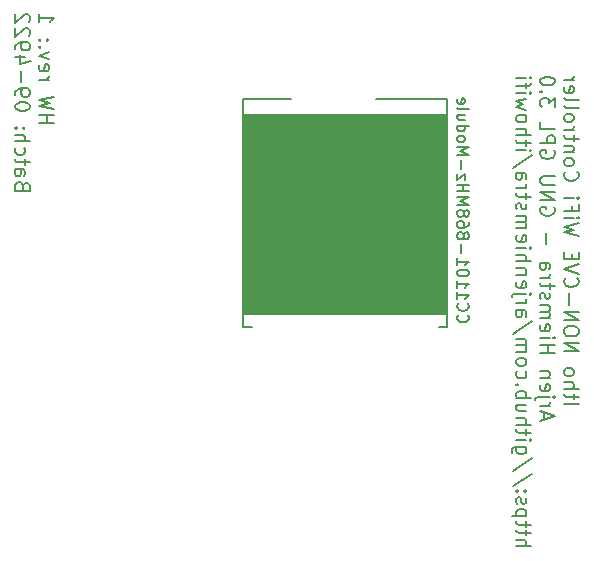
<source format=gbo>
G04 #@! TF.GenerationSoftware,KiCad,Pcbnew,(6.0.8-1)-1*
G04 #@! TF.CreationDate,2022-12-08T10:34:48+01:00*
G04 #@! TF.ProjectId,ithowifi_4l,6974686f-7769-4666-995f-346c2e6b6963,rev?*
G04 #@! TF.SameCoordinates,Original*
G04 #@! TF.FileFunction,Legend,Bot*
G04 #@! TF.FilePolarity,Positive*
%FSLAX46Y46*%
G04 Gerber Fmt 4.6, Leading zero omitted, Abs format (unit mm)*
G04 Created by KiCad (PCBNEW (6.0.8-1)-1) date 2022-12-08 10:34:48*
%MOMM*%
%LPD*%
G01*
G04 APERTURE LIST*
%ADD10C,0.100000*%
%ADD11C,0.200000*%
%ADD12C,0.150000*%
G04 APERTURE END LIST*
D10*
G36*
X103202000Y-135417558D02*
G01*
X85955400Y-135417558D01*
X85930000Y-118450358D01*
X103202000Y-118450358D01*
X103202000Y-135417558D01*
G37*
X103202000Y-135417558D02*
X85955400Y-135417558D01*
X85930000Y-118450358D01*
X103202000Y-118450358D01*
X103202000Y-135417558D01*
D11*
X113075393Y-143011000D02*
X114321393Y-143011000D01*
X113906060Y-142595666D02*
X113906060Y-142121000D01*
X114321393Y-142417666D02*
X113253393Y-142417666D01*
X113134726Y-142358333D01*
X113075393Y-142239666D01*
X113075393Y-142121000D01*
X113075393Y-141705666D02*
X114321393Y-141705666D01*
X113075393Y-141171666D02*
X113728060Y-141171666D01*
X113846726Y-141231000D01*
X113906060Y-141349666D01*
X113906060Y-141527666D01*
X113846726Y-141646333D01*
X113787393Y-141705666D01*
X113075393Y-140400333D02*
X113134726Y-140519000D01*
X113194060Y-140578333D01*
X113312726Y-140637666D01*
X113668726Y-140637666D01*
X113787393Y-140578333D01*
X113846726Y-140519000D01*
X113906060Y-140400333D01*
X113906060Y-140222333D01*
X113846726Y-140103666D01*
X113787393Y-140044333D01*
X113668726Y-139985000D01*
X113312726Y-139985000D01*
X113194060Y-140044333D01*
X113134726Y-140103666D01*
X113075393Y-140222333D01*
X113075393Y-140400333D01*
X113075393Y-138501666D02*
X114321393Y-138501666D01*
X113075393Y-137789666D01*
X114321393Y-137789666D01*
X114321393Y-136959000D02*
X114321393Y-136721666D01*
X114262060Y-136603000D01*
X114143393Y-136484333D01*
X113906060Y-136425000D01*
X113490726Y-136425000D01*
X113253393Y-136484333D01*
X113134726Y-136603000D01*
X113075393Y-136721666D01*
X113075393Y-136959000D01*
X113134726Y-137077666D01*
X113253393Y-137196333D01*
X113490726Y-137255666D01*
X113906060Y-137255666D01*
X114143393Y-137196333D01*
X114262060Y-137077666D01*
X114321393Y-136959000D01*
X113075393Y-135891000D02*
X114321393Y-135891000D01*
X113075393Y-135179000D01*
X114321393Y-135179000D01*
X113550060Y-134585666D02*
X113550060Y-133636333D01*
X113194060Y-132331000D02*
X113134726Y-132390333D01*
X113075393Y-132568333D01*
X113075393Y-132687000D01*
X113134726Y-132865000D01*
X113253393Y-132983666D01*
X113372060Y-133043000D01*
X113609393Y-133102333D01*
X113787393Y-133102333D01*
X114024726Y-133043000D01*
X114143393Y-132983666D01*
X114262060Y-132865000D01*
X114321393Y-132687000D01*
X114321393Y-132568333D01*
X114262060Y-132390333D01*
X114202726Y-132331000D01*
X114321393Y-131975000D02*
X113075393Y-131559666D01*
X114321393Y-131144333D01*
X113728060Y-130729000D02*
X113728060Y-130313666D01*
X113075393Y-130135666D02*
X113075393Y-130729000D01*
X114321393Y-130729000D01*
X114321393Y-130135666D01*
X114321393Y-128771000D02*
X113075393Y-128474333D01*
X113965393Y-128237000D01*
X113075393Y-127999666D01*
X114321393Y-127703000D01*
X113075393Y-127228333D02*
X113906060Y-127228333D01*
X114321393Y-127228333D02*
X114262060Y-127287666D01*
X114202726Y-127228333D01*
X114262060Y-127169000D01*
X114321393Y-127228333D01*
X114202726Y-127228333D01*
X113728060Y-126219666D02*
X113728060Y-126635000D01*
X113075393Y-126635000D02*
X114321393Y-126635000D01*
X114321393Y-126041666D01*
X113075393Y-125567000D02*
X113906060Y-125567000D01*
X114321393Y-125567000D02*
X114262060Y-125626333D01*
X114202726Y-125567000D01*
X114262060Y-125507666D01*
X114321393Y-125567000D01*
X114202726Y-125567000D01*
X113194060Y-123312333D02*
X113134726Y-123371666D01*
X113075393Y-123549666D01*
X113075393Y-123668333D01*
X113134726Y-123846333D01*
X113253393Y-123965000D01*
X113372060Y-124024333D01*
X113609393Y-124083666D01*
X113787393Y-124083666D01*
X114024726Y-124024333D01*
X114143393Y-123965000D01*
X114262060Y-123846333D01*
X114321393Y-123668333D01*
X114321393Y-123549666D01*
X114262060Y-123371666D01*
X114202726Y-123312333D01*
X113075393Y-122600333D02*
X113134726Y-122719000D01*
X113194060Y-122778333D01*
X113312726Y-122837666D01*
X113668726Y-122837666D01*
X113787393Y-122778333D01*
X113846726Y-122719000D01*
X113906060Y-122600333D01*
X113906060Y-122422333D01*
X113846726Y-122303666D01*
X113787393Y-122244333D01*
X113668726Y-122185000D01*
X113312726Y-122185000D01*
X113194060Y-122244333D01*
X113134726Y-122303666D01*
X113075393Y-122422333D01*
X113075393Y-122600333D01*
X113906060Y-121651000D02*
X113075393Y-121651000D01*
X113787393Y-121651000D02*
X113846726Y-121591666D01*
X113906060Y-121473000D01*
X113906060Y-121295000D01*
X113846726Y-121176333D01*
X113728060Y-121117000D01*
X113075393Y-121117000D01*
X113906060Y-120701666D02*
X113906060Y-120227000D01*
X114321393Y-120523666D02*
X113253393Y-120523666D01*
X113134726Y-120464333D01*
X113075393Y-120345666D01*
X113075393Y-120227000D01*
X113075393Y-119811666D02*
X113906060Y-119811666D01*
X113668726Y-119811666D02*
X113787393Y-119752333D01*
X113846726Y-119693000D01*
X113906060Y-119574333D01*
X113906060Y-119455666D01*
X113075393Y-118862333D02*
X113134726Y-118981000D01*
X113194060Y-119040333D01*
X113312726Y-119099666D01*
X113668726Y-119099666D01*
X113787393Y-119040333D01*
X113846726Y-118981000D01*
X113906060Y-118862333D01*
X113906060Y-118684333D01*
X113846726Y-118565666D01*
X113787393Y-118506333D01*
X113668726Y-118447000D01*
X113312726Y-118447000D01*
X113194060Y-118506333D01*
X113134726Y-118565666D01*
X113075393Y-118684333D01*
X113075393Y-118862333D01*
X113075393Y-117735000D02*
X113134726Y-117853666D01*
X113253393Y-117913000D01*
X114321393Y-117913000D01*
X113075393Y-117082333D02*
X113134726Y-117201000D01*
X113253393Y-117260333D01*
X114321393Y-117260333D01*
X113134726Y-116133000D02*
X113075393Y-116251666D01*
X113075393Y-116489000D01*
X113134726Y-116607666D01*
X113253393Y-116667000D01*
X113728060Y-116667000D01*
X113846726Y-116607666D01*
X113906060Y-116489000D01*
X113906060Y-116251666D01*
X113846726Y-116133000D01*
X113728060Y-116073666D01*
X113609393Y-116073666D01*
X113490726Y-116667000D01*
X113075393Y-115539666D02*
X113906060Y-115539666D01*
X113668726Y-115539666D02*
X113787393Y-115480333D01*
X113846726Y-115421000D01*
X113906060Y-115302333D01*
X113906060Y-115183666D01*
X111425333Y-144316333D02*
X111425333Y-143723000D01*
X111069333Y-144435000D02*
X112315333Y-144019666D01*
X111069333Y-143604333D01*
X111069333Y-143189000D02*
X111900000Y-143189000D01*
X111662666Y-143189000D02*
X111781333Y-143129666D01*
X111840666Y-143070333D01*
X111900000Y-142951666D01*
X111900000Y-142833000D01*
X111900000Y-142417666D02*
X110832000Y-142417666D01*
X110713333Y-142477000D01*
X110654000Y-142595666D01*
X110654000Y-142655000D01*
X112315333Y-142417666D02*
X112256000Y-142477000D01*
X112196666Y-142417666D01*
X112256000Y-142358333D01*
X112315333Y-142417666D01*
X112196666Y-142417666D01*
X111128666Y-141349666D02*
X111069333Y-141468333D01*
X111069333Y-141705666D01*
X111128666Y-141824333D01*
X111247333Y-141883666D01*
X111722000Y-141883666D01*
X111840666Y-141824333D01*
X111900000Y-141705666D01*
X111900000Y-141468333D01*
X111840666Y-141349666D01*
X111722000Y-141290333D01*
X111603333Y-141290333D01*
X111484666Y-141883666D01*
X111900000Y-140756333D02*
X111069333Y-140756333D01*
X111781333Y-140756333D02*
X111840666Y-140697000D01*
X111900000Y-140578333D01*
X111900000Y-140400333D01*
X111840666Y-140281666D01*
X111722000Y-140222333D01*
X111069333Y-140222333D01*
X111069333Y-138679666D02*
X112315333Y-138679666D01*
X111722000Y-138679666D02*
X111722000Y-137967666D01*
X111069333Y-137967666D02*
X112315333Y-137967666D01*
X111069333Y-137374333D02*
X111900000Y-137374333D01*
X112315333Y-137374333D02*
X112256000Y-137433666D01*
X112196666Y-137374333D01*
X112256000Y-137315000D01*
X112315333Y-137374333D01*
X112196666Y-137374333D01*
X111128666Y-136306333D02*
X111069333Y-136425000D01*
X111069333Y-136662333D01*
X111128666Y-136781000D01*
X111247333Y-136840333D01*
X111722000Y-136840333D01*
X111840666Y-136781000D01*
X111900000Y-136662333D01*
X111900000Y-136425000D01*
X111840666Y-136306333D01*
X111722000Y-136247000D01*
X111603333Y-136247000D01*
X111484666Y-136840333D01*
X111069333Y-135713000D02*
X111900000Y-135713000D01*
X111781333Y-135713000D02*
X111840666Y-135653666D01*
X111900000Y-135535000D01*
X111900000Y-135357000D01*
X111840666Y-135238333D01*
X111722000Y-135179000D01*
X111069333Y-135179000D01*
X111722000Y-135179000D02*
X111840666Y-135119666D01*
X111900000Y-135001000D01*
X111900000Y-134823000D01*
X111840666Y-134704333D01*
X111722000Y-134645000D01*
X111069333Y-134645000D01*
X111128666Y-134111000D02*
X111069333Y-133992333D01*
X111069333Y-133755000D01*
X111128666Y-133636333D01*
X111247333Y-133577000D01*
X111306666Y-133577000D01*
X111425333Y-133636333D01*
X111484666Y-133755000D01*
X111484666Y-133933000D01*
X111544000Y-134051666D01*
X111662666Y-134111000D01*
X111722000Y-134111000D01*
X111840666Y-134051666D01*
X111900000Y-133933000D01*
X111900000Y-133755000D01*
X111840666Y-133636333D01*
X111900000Y-133221000D02*
X111900000Y-132746333D01*
X112315333Y-133043000D02*
X111247333Y-133043000D01*
X111128666Y-132983666D01*
X111069333Y-132865000D01*
X111069333Y-132746333D01*
X111069333Y-132331000D02*
X111900000Y-132331000D01*
X111662666Y-132331000D02*
X111781333Y-132271666D01*
X111840666Y-132212333D01*
X111900000Y-132093666D01*
X111900000Y-131975000D01*
X111069333Y-131025666D02*
X111722000Y-131025666D01*
X111840666Y-131085000D01*
X111900000Y-131203666D01*
X111900000Y-131441000D01*
X111840666Y-131559666D01*
X111128666Y-131025666D02*
X111069333Y-131144333D01*
X111069333Y-131441000D01*
X111128666Y-131559666D01*
X111247333Y-131619000D01*
X111366000Y-131619000D01*
X111484666Y-131559666D01*
X111544000Y-131441000D01*
X111544000Y-131144333D01*
X111603333Y-131025666D01*
X111544000Y-129483000D02*
X111544000Y-128533666D01*
X112256000Y-126338333D02*
X112315333Y-126457000D01*
X112315333Y-126635000D01*
X112256000Y-126813000D01*
X112137333Y-126931666D01*
X112018666Y-126991000D01*
X111781333Y-127050333D01*
X111603333Y-127050333D01*
X111366000Y-126991000D01*
X111247333Y-126931666D01*
X111128666Y-126813000D01*
X111069333Y-126635000D01*
X111069333Y-126516333D01*
X111128666Y-126338333D01*
X111188000Y-126279000D01*
X111603333Y-126279000D01*
X111603333Y-126516333D01*
X111069333Y-125745000D02*
X112315333Y-125745000D01*
X111069333Y-125033000D01*
X112315333Y-125033000D01*
X112315333Y-124439666D02*
X111306666Y-124439666D01*
X111188000Y-124380333D01*
X111128666Y-124321000D01*
X111069333Y-124202333D01*
X111069333Y-123965000D01*
X111128666Y-123846333D01*
X111188000Y-123787000D01*
X111306666Y-123727666D01*
X112315333Y-123727666D01*
X112256000Y-121532333D02*
X112315333Y-121651000D01*
X112315333Y-121829000D01*
X112256000Y-122007000D01*
X112137333Y-122125666D01*
X112018666Y-122185000D01*
X111781333Y-122244333D01*
X111603333Y-122244333D01*
X111366000Y-122185000D01*
X111247333Y-122125666D01*
X111128666Y-122007000D01*
X111069333Y-121829000D01*
X111069333Y-121710333D01*
X111128666Y-121532333D01*
X111188000Y-121473000D01*
X111603333Y-121473000D01*
X111603333Y-121710333D01*
X111069333Y-120939000D02*
X112315333Y-120939000D01*
X112315333Y-120464333D01*
X112256000Y-120345666D01*
X112196666Y-120286333D01*
X112078000Y-120227000D01*
X111900000Y-120227000D01*
X111781333Y-120286333D01*
X111722000Y-120345666D01*
X111662666Y-120464333D01*
X111662666Y-120939000D01*
X111069333Y-119099666D02*
X111069333Y-119693000D01*
X112315333Y-119693000D01*
X112315333Y-117853666D02*
X112315333Y-117082333D01*
X111840666Y-117497666D01*
X111840666Y-117319666D01*
X111781333Y-117201000D01*
X111722000Y-117141666D01*
X111603333Y-117082333D01*
X111306666Y-117082333D01*
X111188000Y-117141666D01*
X111128666Y-117201000D01*
X111069333Y-117319666D01*
X111069333Y-117675666D01*
X111128666Y-117794333D01*
X111188000Y-117853666D01*
X111188000Y-116548333D02*
X111128666Y-116489000D01*
X111069333Y-116548333D01*
X111128666Y-116607666D01*
X111188000Y-116548333D01*
X111069333Y-116548333D01*
X112315333Y-115717666D02*
X112315333Y-115599000D01*
X112256000Y-115480333D01*
X112196666Y-115421000D01*
X112078000Y-115361666D01*
X111840666Y-115302333D01*
X111544000Y-115302333D01*
X111306666Y-115361666D01*
X111188000Y-115421000D01*
X111128666Y-115480333D01*
X111069333Y-115599000D01*
X111069333Y-115717666D01*
X111128666Y-115836333D01*
X111188000Y-115895666D01*
X111306666Y-115955000D01*
X111544000Y-116014333D01*
X111840666Y-116014333D01*
X112078000Y-115955000D01*
X112196666Y-115895666D01*
X112256000Y-115836333D01*
X112315333Y-115717666D01*
X109063273Y-155055666D02*
X110309273Y-155055666D01*
X109063273Y-154521666D02*
X109715940Y-154521666D01*
X109834606Y-154581000D01*
X109893940Y-154699666D01*
X109893940Y-154877666D01*
X109834606Y-154996333D01*
X109775273Y-155055666D01*
X109893940Y-154106333D02*
X109893940Y-153631666D01*
X110309273Y-153928333D02*
X109241273Y-153928333D01*
X109122606Y-153869000D01*
X109063273Y-153750333D01*
X109063273Y-153631666D01*
X109893940Y-153394333D02*
X109893940Y-152919666D01*
X110309273Y-153216333D02*
X109241273Y-153216333D01*
X109122606Y-153157000D01*
X109063273Y-153038333D01*
X109063273Y-152919666D01*
X109893940Y-152504333D02*
X108647940Y-152504333D01*
X109834606Y-152504333D02*
X109893940Y-152385666D01*
X109893940Y-152148333D01*
X109834606Y-152029666D01*
X109775273Y-151970333D01*
X109656606Y-151911000D01*
X109300606Y-151911000D01*
X109181940Y-151970333D01*
X109122606Y-152029666D01*
X109063273Y-152148333D01*
X109063273Y-152385666D01*
X109122606Y-152504333D01*
X109122606Y-151436333D02*
X109063273Y-151317666D01*
X109063273Y-151080333D01*
X109122606Y-150961666D01*
X109241273Y-150902333D01*
X109300606Y-150902333D01*
X109419273Y-150961666D01*
X109478606Y-151080333D01*
X109478606Y-151258333D01*
X109537940Y-151377000D01*
X109656606Y-151436333D01*
X109715940Y-151436333D01*
X109834606Y-151377000D01*
X109893940Y-151258333D01*
X109893940Y-151080333D01*
X109834606Y-150961666D01*
X109181940Y-150368333D02*
X109122606Y-150309000D01*
X109063273Y-150368333D01*
X109122606Y-150427666D01*
X109181940Y-150368333D01*
X109063273Y-150368333D01*
X109834606Y-150368333D02*
X109775273Y-150309000D01*
X109715940Y-150368333D01*
X109775273Y-150427666D01*
X109834606Y-150368333D01*
X109715940Y-150368333D01*
X110368606Y-148885000D02*
X108766606Y-149953000D01*
X110368606Y-147579666D02*
X108766606Y-148647666D01*
X109893940Y-146630333D02*
X108885273Y-146630333D01*
X108766606Y-146689666D01*
X108707273Y-146749000D01*
X108647940Y-146867666D01*
X108647940Y-147045666D01*
X108707273Y-147164333D01*
X109122606Y-146630333D02*
X109063273Y-146749000D01*
X109063273Y-146986333D01*
X109122606Y-147105000D01*
X109181940Y-147164333D01*
X109300606Y-147223666D01*
X109656606Y-147223666D01*
X109775273Y-147164333D01*
X109834606Y-147105000D01*
X109893940Y-146986333D01*
X109893940Y-146749000D01*
X109834606Y-146630333D01*
X109063273Y-146037000D02*
X109893940Y-146037000D01*
X110309273Y-146037000D02*
X110249940Y-146096333D01*
X110190606Y-146037000D01*
X110249940Y-145977666D01*
X110309273Y-146037000D01*
X110190606Y-146037000D01*
X109893940Y-145621666D02*
X109893940Y-145147000D01*
X110309273Y-145443666D02*
X109241273Y-145443666D01*
X109122606Y-145384333D01*
X109063273Y-145265666D01*
X109063273Y-145147000D01*
X109063273Y-144731666D02*
X110309273Y-144731666D01*
X109063273Y-144197666D02*
X109715940Y-144197666D01*
X109834606Y-144257000D01*
X109893940Y-144375666D01*
X109893940Y-144553666D01*
X109834606Y-144672333D01*
X109775273Y-144731666D01*
X109893940Y-143070333D02*
X109063273Y-143070333D01*
X109893940Y-143604333D02*
X109241273Y-143604333D01*
X109122606Y-143545000D01*
X109063273Y-143426333D01*
X109063273Y-143248333D01*
X109122606Y-143129666D01*
X109181940Y-143070333D01*
X109063273Y-142477000D02*
X110309273Y-142477000D01*
X109834606Y-142477000D02*
X109893940Y-142358333D01*
X109893940Y-142121000D01*
X109834606Y-142002333D01*
X109775273Y-141943000D01*
X109656606Y-141883666D01*
X109300606Y-141883666D01*
X109181940Y-141943000D01*
X109122606Y-142002333D01*
X109063273Y-142121000D01*
X109063273Y-142358333D01*
X109122606Y-142477000D01*
X109181940Y-141349666D02*
X109122606Y-141290333D01*
X109063273Y-141349666D01*
X109122606Y-141409000D01*
X109181940Y-141349666D01*
X109063273Y-141349666D01*
X109122606Y-140222333D02*
X109063273Y-140341000D01*
X109063273Y-140578333D01*
X109122606Y-140697000D01*
X109181940Y-140756333D01*
X109300606Y-140815666D01*
X109656606Y-140815666D01*
X109775273Y-140756333D01*
X109834606Y-140697000D01*
X109893940Y-140578333D01*
X109893940Y-140341000D01*
X109834606Y-140222333D01*
X109063273Y-139510333D02*
X109122606Y-139629000D01*
X109181940Y-139688333D01*
X109300606Y-139747666D01*
X109656606Y-139747666D01*
X109775273Y-139688333D01*
X109834606Y-139629000D01*
X109893940Y-139510333D01*
X109893940Y-139332333D01*
X109834606Y-139213666D01*
X109775273Y-139154333D01*
X109656606Y-139095000D01*
X109300606Y-139095000D01*
X109181940Y-139154333D01*
X109122606Y-139213666D01*
X109063273Y-139332333D01*
X109063273Y-139510333D01*
X109063273Y-138561000D02*
X109893940Y-138561000D01*
X109775273Y-138561000D02*
X109834606Y-138501666D01*
X109893940Y-138383000D01*
X109893940Y-138205000D01*
X109834606Y-138086333D01*
X109715940Y-138027000D01*
X109063273Y-138027000D01*
X109715940Y-138027000D02*
X109834606Y-137967666D01*
X109893940Y-137849000D01*
X109893940Y-137671000D01*
X109834606Y-137552333D01*
X109715940Y-137493000D01*
X109063273Y-137493000D01*
X110368606Y-136009666D02*
X108766606Y-137077666D01*
X109063273Y-135060333D02*
X109715940Y-135060333D01*
X109834606Y-135119666D01*
X109893940Y-135238333D01*
X109893940Y-135475666D01*
X109834606Y-135594333D01*
X109122606Y-135060333D02*
X109063273Y-135179000D01*
X109063273Y-135475666D01*
X109122606Y-135594333D01*
X109241273Y-135653666D01*
X109359940Y-135653666D01*
X109478606Y-135594333D01*
X109537940Y-135475666D01*
X109537940Y-135179000D01*
X109597273Y-135060333D01*
X109063273Y-134467000D02*
X109893940Y-134467000D01*
X109656606Y-134467000D02*
X109775273Y-134407666D01*
X109834606Y-134348333D01*
X109893940Y-134229666D01*
X109893940Y-134111000D01*
X109893940Y-133695666D02*
X108825940Y-133695666D01*
X108707273Y-133755000D01*
X108647940Y-133873666D01*
X108647940Y-133933000D01*
X110309273Y-133695666D02*
X110249940Y-133755000D01*
X110190606Y-133695666D01*
X110249940Y-133636333D01*
X110309273Y-133695666D01*
X110190606Y-133695666D01*
X109122606Y-132627666D02*
X109063273Y-132746333D01*
X109063273Y-132983666D01*
X109122606Y-133102333D01*
X109241273Y-133161666D01*
X109715940Y-133161666D01*
X109834606Y-133102333D01*
X109893940Y-132983666D01*
X109893940Y-132746333D01*
X109834606Y-132627666D01*
X109715940Y-132568333D01*
X109597273Y-132568333D01*
X109478606Y-133161666D01*
X109893940Y-132034333D02*
X109063273Y-132034333D01*
X109775273Y-132034333D02*
X109834606Y-131975000D01*
X109893940Y-131856333D01*
X109893940Y-131678333D01*
X109834606Y-131559666D01*
X109715940Y-131500333D01*
X109063273Y-131500333D01*
X109063273Y-130907000D02*
X110309273Y-130907000D01*
X109063273Y-130373000D02*
X109715940Y-130373000D01*
X109834606Y-130432333D01*
X109893940Y-130551000D01*
X109893940Y-130729000D01*
X109834606Y-130847666D01*
X109775273Y-130907000D01*
X109063273Y-129779666D02*
X109893940Y-129779666D01*
X110309273Y-129779666D02*
X110249940Y-129839000D01*
X110190606Y-129779666D01*
X110249940Y-129720333D01*
X110309273Y-129779666D01*
X110190606Y-129779666D01*
X109122606Y-128711666D02*
X109063273Y-128830333D01*
X109063273Y-129067666D01*
X109122606Y-129186333D01*
X109241273Y-129245666D01*
X109715940Y-129245666D01*
X109834606Y-129186333D01*
X109893940Y-129067666D01*
X109893940Y-128830333D01*
X109834606Y-128711666D01*
X109715940Y-128652333D01*
X109597273Y-128652333D01*
X109478606Y-129245666D01*
X109063273Y-128118333D02*
X109893940Y-128118333D01*
X109775273Y-128118333D02*
X109834606Y-128059000D01*
X109893940Y-127940333D01*
X109893940Y-127762333D01*
X109834606Y-127643666D01*
X109715940Y-127584333D01*
X109063273Y-127584333D01*
X109715940Y-127584333D02*
X109834606Y-127525000D01*
X109893940Y-127406333D01*
X109893940Y-127228333D01*
X109834606Y-127109666D01*
X109715940Y-127050333D01*
X109063273Y-127050333D01*
X109122606Y-126516333D02*
X109063273Y-126397666D01*
X109063273Y-126160333D01*
X109122606Y-126041666D01*
X109241273Y-125982333D01*
X109300606Y-125982333D01*
X109419273Y-126041666D01*
X109478606Y-126160333D01*
X109478606Y-126338333D01*
X109537940Y-126457000D01*
X109656606Y-126516333D01*
X109715940Y-126516333D01*
X109834606Y-126457000D01*
X109893940Y-126338333D01*
X109893940Y-126160333D01*
X109834606Y-126041666D01*
X109893940Y-125626333D02*
X109893940Y-125151666D01*
X110309273Y-125448333D02*
X109241273Y-125448333D01*
X109122606Y-125389000D01*
X109063273Y-125270333D01*
X109063273Y-125151666D01*
X109063273Y-124736333D02*
X109893940Y-124736333D01*
X109656606Y-124736333D02*
X109775273Y-124677000D01*
X109834606Y-124617666D01*
X109893940Y-124499000D01*
X109893940Y-124380333D01*
X109063273Y-123431000D02*
X109715940Y-123431000D01*
X109834606Y-123490333D01*
X109893940Y-123609000D01*
X109893940Y-123846333D01*
X109834606Y-123965000D01*
X109122606Y-123431000D02*
X109063273Y-123549666D01*
X109063273Y-123846333D01*
X109122606Y-123965000D01*
X109241273Y-124024333D01*
X109359940Y-124024333D01*
X109478606Y-123965000D01*
X109537940Y-123846333D01*
X109537940Y-123549666D01*
X109597273Y-123431000D01*
X110368606Y-121947666D02*
X108766606Y-123015666D01*
X109063273Y-121532333D02*
X109893940Y-121532333D01*
X110309273Y-121532333D02*
X110249940Y-121591666D01*
X110190606Y-121532333D01*
X110249940Y-121473000D01*
X110309273Y-121532333D01*
X110190606Y-121532333D01*
X109893940Y-121117000D02*
X109893940Y-120642333D01*
X110309273Y-120939000D02*
X109241273Y-120939000D01*
X109122606Y-120879666D01*
X109063273Y-120761000D01*
X109063273Y-120642333D01*
X109063273Y-120227000D02*
X110309273Y-120227000D01*
X109063273Y-119693000D02*
X109715940Y-119693000D01*
X109834606Y-119752333D01*
X109893940Y-119871000D01*
X109893940Y-120049000D01*
X109834606Y-120167666D01*
X109775273Y-120227000D01*
X109063273Y-118921666D02*
X109122606Y-119040333D01*
X109181940Y-119099666D01*
X109300606Y-119159000D01*
X109656606Y-119159000D01*
X109775273Y-119099666D01*
X109834606Y-119040333D01*
X109893940Y-118921666D01*
X109893940Y-118743666D01*
X109834606Y-118625000D01*
X109775273Y-118565666D01*
X109656606Y-118506333D01*
X109300606Y-118506333D01*
X109181940Y-118565666D01*
X109122606Y-118625000D01*
X109063273Y-118743666D01*
X109063273Y-118921666D01*
X109893940Y-118091000D02*
X109063273Y-117853666D01*
X109656606Y-117616333D01*
X109063273Y-117379000D01*
X109893940Y-117141666D01*
X109063273Y-116667000D02*
X109893940Y-116667000D01*
X110309273Y-116667000D02*
X110249940Y-116726333D01*
X110190606Y-116667000D01*
X110249940Y-116607666D01*
X110309273Y-116667000D01*
X110190606Y-116667000D01*
X109893940Y-116251666D02*
X109893940Y-115777000D01*
X109063273Y-116073666D02*
X110131273Y-116073666D01*
X110249940Y-116014333D01*
X110309273Y-115895666D01*
X110309273Y-115777000D01*
X109063273Y-115361666D02*
X109893940Y-115361666D01*
X110309273Y-115361666D02*
X110249940Y-115421000D01*
X110190606Y-115361666D01*
X110249940Y-115302333D01*
X110309273Y-115361666D01*
X110190606Y-115361666D01*
X68638363Y-119224333D02*
X69884363Y-119224333D01*
X69291030Y-119224333D02*
X69291030Y-118512333D01*
X68638363Y-118512333D02*
X69884363Y-118512333D01*
X69884363Y-118037666D02*
X68638363Y-117741000D01*
X69528363Y-117503666D01*
X68638363Y-117266333D01*
X69884363Y-116969666D01*
X68638363Y-115545666D02*
X69469030Y-115545666D01*
X69231696Y-115545666D02*
X69350363Y-115486333D01*
X69409696Y-115427000D01*
X69469030Y-115308333D01*
X69469030Y-115189666D01*
X68697696Y-114299666D02*
X68638363Y-114418333D01*
X68638363Y-114655666D01*
X68697696Y-114774333D01*
X68816363Y-114833666D01*
X69291030Y-114833666D01*
X69409696Y-114774333D01*
X69469030Y-114655666D01*
X69469030Y-114418333D01*
X69409696Y-114299666D01*
X69291030Y-114240333D01*
X69172363Y-114240333D01*
X69053696Y-114833666D01*
X69469030Y-113825000D02*
X68638363Y-113528333D01*
X69469030Y-113231666D01*
X68757030Y-112757000D02*
X68697696Y-112697666D01*
X68638363Y-112757000D01*
X68697696Y-112816333D01*
X68757030Y-112757000D01*
X68638363Y-112757000D01*
X68757030Y-112163666D02*
X68697696Y-112104333D01*
X68638363Y-112163666D01*
X68697696Y-112223000D01*
X68757030Y-112163666D01*
X68638363Y-112163666D01*
X69409696Y-112163666D02*
X69350363Y-112104333D01*
X69291030Y-112163666D01*
X69350363Y-112223000D01*
X69409696Y-112163666D01*
X69291030Y-112163666D01*
X68638363Y-109968333D02*
X68638363Y-110680333D01*
X68638363Y-110324333D02*
X69884363Y-110324333D01*
X69706363Y-110443000D01*
X69587696Y-110561666D01*
X69528363Y-110680333D01*
X67284970Y-124505000D02*
X67225636Y-124327000D01*
X67166303Y-124267666D01*
X67047636Y-124208333D01*
X66869636Y-124208333D01*
X66750970Y-124267666D01*
X66691636Y-124327000D01*
X66632303Y-124445666D01*
X66632303Y-124920333D01*
X67878303Y-124920333D01*
X67878303Y-124505000D01*
X67818970Y-124386333D01*
X67759636Y-124327000D01*
X67640970Y-124267666D01*
X67522303Y-124267666D01*
X67403636Y-124327000D01*
X67344303Y-124386333D01*
X67284970Y-124505000D01*
X67284970Y-124920333D01*
X66632303Y-123140333D02*
X67284970Y-123140333D01*
X67403636Y-123199666D01*
X67462970Y-123318333D01*
X67462970Y-123555666D01*
X67403636Y-123674333D01*
X66691636Y-123140333D02*
X66632303Y-123259000D01*
X66632303Y-123555666D01*
X66691636Y-123674333D01*
X66810303Y-123733666D01*
X66928970Y-123733666D01*
X67047636Y-123674333D01*
X67106970Y-123555666D01*
X67106970Y-123259000D01*
X67166303Y-123140333D01*
X67462970Y-122725000D02*
X67462970Y-122250333D01*
X67878303Y-122547000D02*
X66810303Y-122547000D01*
X66691636Y-122487666D01*
X66632303Y-122369000D01*
X66632303Y-122250333D01*
X66691636Y-121301000D02*
X66632303Y-121419666D01*
X66632303Y-121657000D01*
X66691636Y-121775666D01*
X66750970Y-121835000D01*
X66869636Y-121894333D01*
X67225636Y-121894333D01*
X67344303Y-121835000D01*
X67403636Y-121775666D01*
X67462970Y-121657000D01*
X67462970Y-121419666D01*
X67403636Y-121301000D01*
X66632303Y-120767000D02*
X67878303Y-120767000D01*
X66632303Y-120233000D02*
X67284970Y-120233000D01*
X67403636Y-120292333D01*
X67462970Y-120411000D01*
X67462970Y-120589000D01*
X67403636Y-120707666D01*
X67344303Y-120767000D01*
X66750970Y-119639666D02*
X66691636Y-119580333D01*
X66632303Y-119639666D01*
X66691636Y-119699000D01*
X66750970Y-119639666D01*
X66632303Y-119639666D01*
X67403636Y-119639666D02*
X67344303Y-119580333D01*
X67284970Y-119639666D01*
X67344303Y-119699000D01*
X67403636Y-119639666D01*
X67284970Y-119639666D01*
X67878303Y-117859666D02*
X67878303Y-117741000D01*
X67818970Y-117622333D01*
X67759636Y-117563000D01*
X67640970Y-117503666D01*
X67403636Y-117444333D01*
X67106970Y-117444333D01*
X66869636Y-117503666D01*
X66750970Y-117563000D01*
X66691636Y-117622333D01*
X66632303Y-117741000D01*
X66632303Y-117859666D01*
X66691636Y-117978333D01*
X66750970Y-118037666D01*
X66869636Y-118097000D01*
X67106970Y-118156333D01*
X67403636Y-118156333D01*
X67640970Y-118097000D01*
X67759636Y-118037666D01*
X67818970Y-117978333D01*
X67878303Y-117859666D01*
X66632303Y-116851000D02*
X66632303Y-116613666D01*
X66691636Y-116495000D01*
X66750970Y-116435666D01*
X66928970Y-116317000D01*
X67166303Y-116257666D01*
X67640970Y-116257666D01*
X67759636Y-116317000D01*
X67818970Y-116376333D01*
X67878303Y-116495000D01*
X67878303Y-116732333D01*
X67818970Y-116851000D01*
X67759636Y-116910333D01*
X67640970Y-116969666D01*
X67344303Y-116969666D01*
X67225636Y-116910333D01*
X67166303Y-116851000D01*
X67106970Y-116732333D01*
X67106970Y-116495000D01*
X67166303Y-116376333D01*
X67225636Y-116317000D01*
X67344303Y-116257666D01*
X67106970Y-115723666D02*
X67106970Y-114774333D01*
X67462970Y-113647000D02*
X66632303Y-113647000D01*
X67937636Y-113943666D02*
X67047636Y-114240333D01*
X67047636Y-113469000D01*
X66632303Y-112935000D02*
X66632303Y-112697666D01*
X66691636Y-112579000D01*
X66750970Y-112519666D01*
X66928970Y-112401000D01*
X67166303Y-112341666D01*
X67640970Y-112341666D01*
X67759636Y-112401000D01*
X67818970Y-112460333D01*
X67878303Y-112579000D01*
X67878303Y-112816333D01*
X67818970Y-112935000D01*
X67759636Y-112994333D01*
X67640970Y-113053666D01*
X67344303Y-113053666D01*
X67225636Y-112994333D01*
X67166303Y-112935000D01*
X67106970Y-112816333D01*
X67106970Y-112579000D01*
X67166303Y-112460333D01*
X67225636Y-112401000D01*
X67344303Y-112341666D01*
X67759636Y-111867000D02*
X67818970Y-111807666D01*
X67878303Y-111689000D01*
X67878303Y-111392333D01*
X67818970Y-111273666D01*
X67759636Y-111214333D01*
X67640970Y-111155000D01*
X67522303Y-111155000D01*
X67344303Y-111214333D01*
X66632303Y-111926333D01*
X66632303Y-111155000D01*
X67759636Y-110680333D02*
X67818970Y-110621000D01*
X67878303Y-110502333D01*
X67878303Y-110205666D01*
X67818970Y-110087000D01*
X67759636Y-110027666D01*
X67640970Y-109968333D01*
X67522303Y-109968333D01*
X67344303Y-110027666D01*
X66632303Y-110739666D01*
X66632303Y-109968333D01*
D12*
X104118848Y-135474298D02*
X104071229Y-135521917D01*
X104023610Y-135664774D01*
X104023610Y-135760012D01*
X104071229Y-135902869D01*
X104166467Y-135998107D01*
X104261705Y-136045726D01*
X104452181Y-136093346D01*
X104595038Y-136093346D01*
X104785514Y-136045726D01*
X104880752Y-135998107D01*
X104975991Y-135902869D01*
X105023610Y-135760012D01*
X105023610Y-135664774D01*
X104975991Y-135521917D01*
X104928371Y-135474298D01*
X104118848Y-134474298D02*
X104071229Y-134521917D01*
X104023610Y-134664774D01*
X104023610Y-134760012D01*
X104071229Y-134902869D01*
X104166467Y-134998107D01*
X104261705Y-135045726D01*
X104452181Y-135093346D01*
X104595038Y-135093346D01*
X104785514Y-135045726D01*
X104880752Y-134998107D01*
X104975991Y-134902869D01*
X105023610Y-134760012D01*
X105023610Y-134664774D01*
X104975991Y-134521917D01*
X104928371Y-134474298D01*
X104023610Y-133521917D02*
X104023610Y-134093346D01*
X104023610Y-133807631D02*
X105023610Y-133807631D01*
X104880752Y-133902869D01*
X104785514Y-133998107D01*
X104737895Y-134093346D01*
X104023610Y-132569536D02*
X104023610Y-133140965D01*
X104023610Y-132855250D02*
X105023610Y-132855250D01*
X104880752Y-132950488D01*
X104785514Y-133045726D01*
X104737895Y-133140965D01*
X105023610Y-131950488D02*
X105023610Y-131855250D01*
X104975991Y-131760012D01*
X104928371Y-131712393D01*
X104833133Y-131664774D01*
X104642657Y-131617155D01*
X104404562Y-131617155D01*
X104214086Y-131664774D01*
X104118848Y-131712393D01*
X104071229Y-131760012D01*
X104023610Y-131855250D01*
X104023610Y-131950488D01*
X104071229Y-132045726D01*
X104118848Y-132093346D01*
X104214086Y-132140965D01*
X104404562Y-132188584D01*
X104642657Y-132188584D01*
X104833133Y-132140965D01*
X104928371Y-132093346D01*
X104975991Y-132045726D01*
X105023610Y-131950488D01*
X104023610Y-130664774D02*
X104023610Y-131236203D01*
X104023610Y-130950488D02*
X105023610Y-130950488D01*
X104880752Y-131045726D01*
X104785514Y-131140965D01*
X104737895Y-131236203D01*
X104404562Y-130236203D02*
X104404562Y-129474298D01*
X104595038Y-128855250D02*
X104642657Y-128950488D01*
X104690276Y-128998107D01*
X104785514Y-129045726D01*
X104833133Y-129045726D01*
X104928371Y-128998107D01*
X104975991Y-128950488D01*
X105023610Y-128855250D01*
X105023610Y-128664774D01*
X104975991Y-128569536D01*
X104928371Y-128521917D01*
X104833133Y-128474298D01*
X104785514Y-128474298D01*
X104690276Y-128521917D01*
X104642657Y-128569536D01*
X104595038Y-128664774D01*
X104595038Y-128855250D01*
X104547419Y-128950488D01*
X104499800Y-128998107D01*
X104404562Y-129045726D01*
X104214086Y-129045726D01*
X104118848Y-128998107D01*
X104071229Y-128950488D01*
X104023610Y-128855250D01*
X104023610Y-128664774D01*
X104071229Y-128569536D01*
X104118848Y-128521917D01*
X104214086Y-128474298D01*
X104404562Y-128474298D01*
X104499800Y-128521917D01*
X104547419Y-128569536D01*
X104595038Y-128664774D01*
X105023610Y-127617155D02*
X105023610Y-127807631D01*
X104975991Y-127902869D01*
X104928371Y-127950488D01*
X104785514Y-128045726D01*
X104595038Y-128093346D01*
X104214086Y-128093346D01*
X104118848Y-128045726D01*
X104071229Y-127998107D01*
X104023610Y-127902869D01*
X104023610Y-127712393D01*
X104071229Y-127617155D01*
X104118848Y-127569536D01*
X104214086Y-127521917D01*
X104452181Y-127521917D01*
X104547419Y-127569536D01*
X104595038Y-127617155D01*
X104642657Y-127712393D01*
X104642657Y-127902869D01*
X104595038Y-127998107D01*
X104547419Y-128045726D01*
X104452181Y-128093346D01*
X104595038Y-126950488D02*
X104642657Y-127045726D01*
X104690276Y-127093346D01*
X104785514Y-127140965D01*
X104833133Y-127140965D01*
X104928371Y-127093346D01*
X104975991Y-127045726D01*
X105023610Y-126950488D01*
X105023610Y-126760012D01*
X104975991Y-126664774D01*
X104928371Y-126617155D01*
X104833133Y-126569536D01*
X104785514Y-126569536D01*
X104690276Y-126617155D01*
X104642657Y-126664774D01*
X104595038Y-126760012D01*
X104595038Y-126950488D01*
X104547419Y-127045726D01*
X104499800Y-127093346D01*
X104404562Y-127140965D01*
X104214086Y-127140965D01*
X104118848Y-127093346D01*
X104071229Y-127045726D01*
X104023610Y-126950488D01*
X104023610Y-126760012D01*
X104071229Y-126664774D01*
X104118848Y-126617155D01*
X104214086Y-126569536D01*
X104404562Y-126569536D01*
X104499800Y-126617155D01*
X104547419Y-126664774D01*
X104595038Y-126760012D01*
X104023610Y-126140965D02*
X105023610Y-126140965D01*
X104309324Y-125807631D01*
X105023610Y-125474298D01*
X104023610Y-125474298D01*
X104023610Y-124998107D02*
X105023610Y-124998107D01*
X104547419Y-124998107D02*
X104547419Y-124426679D01*
X104023610Y-124426679D02*
X105023610Y-124426679D01*
X104690276Y-124045726D02*
X104690276Y-123521917D01*
X104023610Y-124045726D01*
X104023610Y-123521917D01*
X104404562Y-123140965D02*
X104404562Y-122379060D01*
X104023610Y-121902869D02*
X105023610Y-121902869D01*
X104309324Y-121569536D01*
X105023610Y-121236203D01*
X104023610Y-121236203D01*
X104023610Y-120617155D02*
X104071229Y-120712393D01*
X104118848Y-120760012D01*
X104214086Y-120807631D01*
X104499800Y-120807631D01*
X104595038Y-120760012D01*
X104642657Y-120712393D01*
X104690276Y-120617155D01*
X104690276Y-120474298D01*
X104642657Y-120379060D01*
X104595038Y-120331441D01*
X104499800Y-120283822D01*
X104214086Y-120283822D01*
X104118848Y-120331441D01*
X104071229Y-120379060D01*
X104023610Y-120474298D01*
X104023610Y-120617155D01*
X104023610Y-119426679D02*
X105023610Y-119426679D01*
X104071229Y-119426679D02*
X104023610Y-119521917D01*
X104023610Y-119712393D01*
X104071229Y-119807631D01*
X104118848Y-119855250D01*
X104214086Y-119902869D01*
X104499800Y-119902869D01*
X104595038Y-119855250D01*
X104642657Y-119807631D01*
X104690276Y-119712393D01*
X104690276Y-119521917D01*
X104642657Y-119426679D01*
X104690276Y-118521917D02*
X104023610Y-118521917D01*
X104690276Y-118950488D02*
X104166467Y-118950488D01*
X104071229Y-118902869D01*
X104023610Y-118807631D01*
X104023610Y-118664774D01*
X104071229Y-118569536D01*
X104118848Y-118521917D01*
X104023610Y-117902869D02*
X104071229Y-117998107D01*
X104166467Y-118045726D01*
X105023610Y-118045726D01*
X104071229Y-117140965D02*
X104023610Y-117236203D01*
X104023610Y-117426679D01*
X104071229Y-117521917D01*
X104166467Y-117569536D01*
X104547419Y-117569536D01*
X104642657Y-117521917D01*
X104690276Y-117426679D01*
X104690276Y-117236203D01*
X104642657Y-117140965D01*
X104547419Y-117093346D01*
X104452181Y-117093346D01*
X104356943Y-117569536D01*
X85920000Y-117197358D02*
X85920000Y-136497358D01*
X85920000Y-136497358D02*
X86670000Y-136497358D01*
X89945000Y-117197358D02*
X85920000Y-117197358D01*
X103220000Y-136497358D02*
X103220000Y-117197358D01*
X103220000Y-117197358D02*
X97195000Y-117197358D01*
X102470000Y-136497358D02*
X103220000Y-136497358D01*
M02*

</source>
